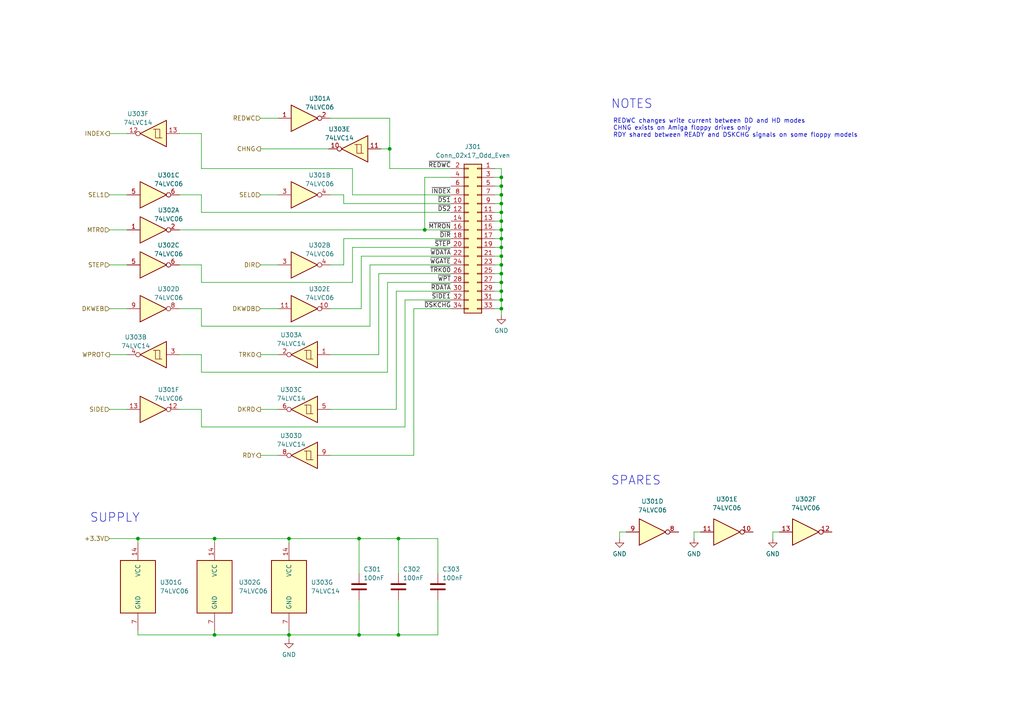
<source format=kicad_sch>
(kicad_sch (version 20211123) (generator eeschema)
  (paper "A4")
  (title_block (title "Floppy interface") (date "2022-03-30") (rev "1.0") (company "PiStorm"))
  (lib_symbols
    (symbol "74xx:74LS06" (pin_names (offset 1.016))
      (property "Reference" "U" (at 0 1.27 0))
      (property "Value" "74LS06" (at 0 -1.27 0))
      (symbol "74LS06_1_0"
        (polyline (pts (xy -3.81 3.81) (xy -3.81 -3.81) (xy 3.81 0) (xy -3.81 3.81)) (stroke (width 0.254)) (fill (type background)))
        (pin input line (at -7.62 0 0) (length 3.81) (name "~") (number "1"))
        (pin open_collector inverted (at 7.62 0 180) (length 3.81) (name "~") (number "2"))
      )
      (symbol "74LS06_2_0"
        (polyline (pts (xy -3.81 3.81) (xy -3.81 -3.81) (xy 3.81 0) (xy -3.81 3.81)) (stroke (width 0.254)) (fill (type background)))
        (pin input line (at -7.62 0 0) (length 3.81) (name "~") (number "3"))
        (pin open_collector inverted (at 7.62 0 180) (length 3.81) (name "~") (number "4"))
      )
      (symbol "74LS06_3_0"
        (polyline (pts (xy -3.81 3.81) (xy -3.81 -3.81) (xy 3.81 0) (xy -3.81 3.81)) (stroke (width 0.254)) (fill (type background)))
        (pin input line (at -7.62 0 0) (length 3.81) (name "~") (number "5"))
        (pin open_collector inverted (at 7.62 0 180) (length 3.81) (name "~") (number "6"))
      )
      (symbol "74LS06_4_0"
        (polyline (pts (xy -3.81 3.81) (xy -3.81 -3.81) (xy 3.81 0) (xy -3.81 3.81)) (stroke (width 0.254)) (fill (type background)))
        (pin open_collector inverted (at 7.62 0 180) (length 3.81) (name "~") (number "8"))
        (pin input line (at -7.62 0 0) (length 3.81) (name "~") (number "9"))
      )
      (symbol "74LS06_5_0"
        (polyline (pts (xy -3.81 3.81) (xy -3.81 -3.81) (xy 3.81 0) (xy -3.81 3.81)) (stroke (width 0.254)) (fill (type background)))
        (pin open_collector inverted (at 7.62 0 180) (length 3.81) (name "~") (number "10"))
        (pin input line (at -7.62 0 0) (length 3.81) (name "~") (number "11"))
      )
      (symbol "74LS06_6_0"
        (polyline (pts (xy -3.81 3.81) (xy -3.81 -3.81) (xy 3.81 0) (xy -3.81 3.81)) (stroke (width 0.254)) (fill (type background)))
        (pin open_collector inverted (at 7.62 0 180) (length 3.81) (name "~") (number "12"))
        (pin input line (at -7.62 0 0) (length 3.81) (name "~") (number "13"))
      )
      (symbol "74LS06_7_0"
        (pin power_in line (at 0 12.7 270) (length 5.08) (name "VCC") (number "14"))
        (pin power_in line (at 0 -12.7 90) (length 5.08) (name "GND") (number "7"))
      )
      (symbol "74LS06_7_1"
        (rectangle (start -5.08 7.62) (end 5.08 -7.62) (stroke (width 0.254)) (fill (type background)))
      )
    )
    (symbol "74xx:74LS14" (pin_names (offset 1.016))
      (property "Reference" "U" (at 0 1.27 0))
      (property "Value" "74LS14" (at 0 -1.27 0))
      (symbol "74LS14_1_0"
        (polyline (pts (xy -3.81 3.81) (xy -3.81 -3.81) (xy 3.81 0) (xy -3.81 3.81)) (stroke (width 0.254)) (fill (type background)))
        (pin input line (at -7.62 0 0) (length 3.81) (name "~") (number "1"))
        (pin output inverted (at 7.62 0 180) (length 3.81) (name "~") (number "2"))
      )
      (symbol "74LS14_1_1"
        (polyline (pts (xy -1.905 -1.27) (xy -1.905 1.27) (xy -0.635 1.27)))
        (polyline (pts (xy -2.54 -1.27) (xy -0.635 -1.27) (xy -0.635 1.27) (xy 0 1.27)))
      )
      (symbol "74LS14_2_0"
        (polyline (pts (xy -3.81 3.81) (xy -3.81 -3.81) (xy 3.81 0) (xy -3.81 3.81)) (stroke (width 0.254)) (fill (type background)))
        (pin input line (at -7.62 0 0) (length 3.81) (name "~") (number "3"))
        (pin output inverted (at 7.62 0 180) (length 3.81) (name "~") (number "4"))
      )
      (symbol "74LS14_2_1"
        (polyline (pts (xy -1.905 -1.27) (xy -1.905 1.27) (xy -0.635 1.27)))
        (polyline (pts (xy -2.54 -1.27) (xy -0.635 -1.27) (xy -0.635 1.27) (xy 0 1.27)))
      )
      (symbol "74LS14_3_0"
        (polyline (pts (xy -3.81 3.81) (xy -3.81 -3.81) (xy 3.81 0) (xy -3.81 3.81)) (stroke (width 0.254)) (fill (type background)))
        (pin input line (at -7.62 0 0) (length 3.81) (name "~") (number "5"))
        (pin output inverted (at 7.62 0 180) (length 3.81) (name "~") (number "6"))
      )
      (symbol "74LS14_3_1"
        (polyline (pts (xy -1.905 -1.27) (xy -1.905 1.27) (xy -0.635 1.27)))
        (polyline (pts (xy -2.54 -1.27) (xy -0.635 -1.27) (xy -0.635 1.27) (xy 0 1.27)))
      )
      (symbol "74LS14_4_0"
        (polyline (pts (xy -3.81 3.81) (xy -3.81 -3.81) (xy 3.81 0) (xy -3.81 3.81)) (stroke (width 0.254)) (fill (type background)))
        (pin output inverted (at 7.62 0 180) (length 3.81) (name "~") (number "8"))
        (pin input line (at -7.62 0 0) (length 3.81) (name "~") (number "9"))
      )
      (symbol "74LS14_4_1"
        (polyline (pts (xy -1.905 -1.27) (xy -1.905 1.27) (xy -0.635 1.27)))
        (polyline (pts (xy -2.54 -1.27) (xy -0.635 -1.27) (xy -0.635 1.27) (xy 0 1.27)))
      )
      (symbol "74LS14_5_0"
        (polyline (pts (xy -3.81 3.81) (xy -3.81 -3.81) (xy 3.81 0) (xy -3.81 3.81)) (stroke (width 0.254)) (fill (type background)))
        (pin output inverted (at 7.62 0 180) (length 3.81) (name "~") (number "10"))
        (pin input line (at -7.62 0 0) (length 3.81) (name "~") (number "11"))
      )
      (symbol "74LS14_5_1"
        (polyline (pts (xy -1.905 -1.27) (xy -1.905 1.27) (xy -0.635 1.27)))
        (polyline (pts (xy -2.54 -1.27) (xy -0.635 -1.27) (xy -0.635 1.27) (xy 0 1.27)))
      )
      (symbol "74LS14_6_0"
        (polyline (pts (xy -3.81 3.81) (xy -3.81 -3.81) (xy 3.81 0) (xy -3.81 3.81)) (stroke (width 0.254)) (fill (type background)))
        (pin output inverted (at 7.62 0 180) (length 3.81) (name "~") (number "12"))
        (pin input line (at -7.62 0 0) (length 3.81) (name "~") (number "13"))
      )
      (symbol "74LS14_6_1"
        (polyline (pts (xy -1.905 -1.27) (xy -1.905 1.27) (xy -0.635 1.27)))
        (polyline (pts (xy -2.54 -1.27) (xy -0.635 -1.27) (xy -0.635 1.27) (xy 0 1.27)))
      )
      (symbol "74LS14_7_0"
        (pin power_in line (at 0 12.7 270) (length 5.08) (name "VCC") (number "14"))
        (pin power_in line (at 0 -12.7 90) (length 5.08) (name "GND") (number "7"))
      )
      (symbol "74LS14_7_1"
        (rectangle (start -5.08 7.62) (end 5.08 -7.62) (stroke (width 0.254)) (fill (type background)))
      )
    )
    (symbol "Connector_Generic:Conn_02x17_Odd_Even" (pin_names (offset 1.016) hide)
      (property "Reference" "J" (at 1.27 22.86 0))
      (property "Value" "Conn_02x17_Odd_Even" (at 1.27 -22.86 0))
      (symbol "Conn_02x17_Odd_Even_1_1"
        (rectangle (start -1.27 -20.193) (end 0 -20.447) (stroke (width 0.1524)))
        (rectangle (start -1.27 -17.653) (end 0 -17.907) (stroke (width 0.1524)))
        (rectangle (start -1.27 -15.113) (end 0 -15.367) (stroke (width 0.1524)))
        (rectangle (start -1.27 -12.573) (end 0 -12.827) (stroke (width 0.1524)))
        (rectangle (start -1.27 -10.033) (end 0 -10.287) (stroke (width 0.1524)))
        (rectangle (start -1.27 -7.493) (end 0 -7.747) (stroke (width 0.1524)))
        (rectangle (start -1.27 -4.953) (end 0 -5.207) (stroke (width 0.1524)))
        (rectangle (start -1.27 -2.413) (end 0 -2.667) (stroke (width 0.1524)))
        (rectangle (start -1.27 0.127) (end 0 -0.127) (stroke (width 0.1524)))
        (rectangle (start -1.27 2.667) (end 0 2.413) (stroke (width 0.1524)))
        (rectangle (start -1.27 5.207) (end 0 4.953) (stroke (width 0.1524)))
        (rectangle (start -1.27 7.747) (end 0 7.493) (stroke (width 0.1524)))
        (rectangle (start -1.27 10.287) (end 0 10.033) (stroke (width 0.1524)))
        (rectangle (start -1.27 12.827) (end 0 12.573) (stroke (width 0.1524)))
        (rectangle (start -1.27 15.367) (end 0 15.113) (stroke (width 0.1524)))
        (rectangle (start -1.27 17.907) (end 0 17.653) (stroke (width 0.1524)))
        (rectangle (start -1.27 20.447) (end 0 20.193) (stroke (width 0.1524)))
        (rectangle (start -1.27 21.59) (end 3.81 -21.59) (stroke (width 0.254)) (fill (type background)))
        (rectangle (start 3.81 -20.193) (end 2.54 -20.447) (stroke (width 0.1524)))
        (rectangle (start 3.81 -17.653) (end 2.54 -17.907) (stroke (width 0.1524)))
        (rectangle (start 3.81 -15.113) (end 2.54 -15.367) (stroke (width 0.1524)))
        (rectangle (start 3.81 -12.573) (end 2.54 -12.827) (stroke (width 0.1524)))
        (rectangle (start 3.81 -10.033) (end 2.54 -10.287) (stroke (width 0.1524)))
        (rectangle (start 3.81 -7.493) (end 2.54 -7.747) (stroke (width 0.1524)))
        (rectangle (start 3.81 -4.953) (end 2.54 -5.207) (stroke (width 0.1524)))
        (rectangle (start 3.81 -2.413) (end 2.54 -2.667) (stroke (width 0.1524)))
        (rectangle (start 3.81 0.127) (end 2.54 -0.127) (stroke (width 0.1524)))
        (rectangle (start 3.81 2.667) (end 2.54 2.413) (stroke (width 0.1524)))
        (rectangle (start 3.81 5.207) (end 2.54 4.953) (stroke (width 0.1524)))
        (rectangle (start 3.81 7.747) (end 2.54 7.493) (stroke (width 0.1524)))
        (rectangle (start 3.81 10.287) (end 2.54 10.033) (stroke (width 0.1524)))
        (rectangle (start 3.81 12.827) (end 2.54 12.573) (stroke (width 0.1524)))
        (rectangle (start 3.81 15.367) (end 2.54 15.113) (stroke (width 0.1524)))
        (rectangle (start 3.81 17.907) (end 2.54 17.653) (stroke (width 0.1524)))
        (rectangle (start 3.81 20.447) (end 2.54 20.193) (stroke (width 0.1524)))
        (pin passive line (at -5.08 20.32 0) (length 3.81) (name "Pin_1") (number "1"))
        (pin passive line (at 7.62 10.16 180) (length 3.81) (name "Pin_10") (number "10"))
        (pin passive line (at -5.08 7.62 0) (length 3.81) (name "Pin_11") (number "11"))
        (pin passive line (at 7.62 7.62 180) (length 3.81) (name "Pin_12") (number "12"))
        (pin passive line (at -5.08 5.08 0) (length 3.81) (name "Pin_13") (number "13"))
        (pin passive line (at 7.62 5.08 180) (length 3.81) (name "Pin_14") (number "14"))
        (pin passive line (at -5.08 2.54 0) (length 3.81) (name "Pin_15") (number "15"))
        (pin passive line (at 7.62 2.54 180) (length 3.81) (name "Pin_16") (number "16"))
        (pin passive line (at -5.08 0 0) (length 3.81) (name "Pin_17") (number "17"))
        (pin passive line (at 7.62 0 180) (length 3.81) (name "Pin_18") (number "18"))
        (pin passive line (at -5.08 -2.54 0) (length 3.81) (name "Pin_19") (number "19"))
        (pin passive line (at 7.62 20.32 180) (length 3.81) (name "Pin_2") (number "2"))
        (pin passive line (at 7.62 -2.54 180) (length 3.81) (name "Pin_20") (number "20"))
        (pin passive line (at -5.08 -5.08 0) (length 3.81) (name "Pin_21") (number "21"))
        (pin passive line (at 7.62 -5.08 180) (length 3.81) (name "Pin_22") (number "22"))
        (pin passive line (at -5.08 -7.62 0) (length 3.81) (name "Pin_23") (number "23"))
        (pin passive line (at 7.62 -7.62 180) (length 3.81) (name "Pin_24") (number "24"))
        (pin passive line (at -5.08 -10.16 0) (length 3.81) (name "Pin_25") (number "25"))
        (pin passive line (at 7.62 -10.16 180) (length 3.81) (name "Pin_26") (number "26"))
        (pin passive line (at -5.08 -12.7 0) (length 3.81) (name "Pin_27") (number "27"))
        (pin passive line (at 7.62 -12.7 180) (length 3.81) (name "Pin_28") (number "28"))
        (pin passive line (at -5.08 -15.24 0) (length 3.81) (name "Pin_29") (number "29"))
        (pin passive line (at -5.08 17.78 0) (length 3.81) (name "Pin_3") (number "3"))
        (pin passive line (at 7.62 -15.24 180) (length 3.81) (name "Pin_30") (number "30"))
        (pin passive line (at -5.08 -17.78 0) (length 3.81) (name "Pin_31") (number "31"))
        (pin passive line (at 7.62 -17.78 180) (length 3.81) (name "Pin_32") (number "32"))
        (pin passive line (at -5.08 -20.32 0) (length 3.81) (name "Pin_33") (number "33"))
        (pin passive line (at 7.62 -20.32 180) (length 3.81) (name "Pin_34") (number "34"))
        (pin passive line (at 7.62 17.78 180) (length 3.81) (name "Pin_4") (number "4"))
        (pin passive line (at -5.08 15.24 0) (length 3.81) (name "Pin_5") (number "5"))
        (pin passive line (at 7.62 15.24 180) (length 3.81) (name "Pin_6") (number "6"))
        (pin passive line (at -5.08 12.7 0) (length 3.81) (name "Pin_7") (number "7"))
        (pin passive line (at 7.62 12.7 180) (length 3.81) (name "Pin_8") (number "8"))
        (pin passive line (at -5.08 10.16 0) (length 3.81) (name "Pin_9") (number "9"))
      )
    )
    (symbol "Device:C" (pin_numbers hide) (pin_names (offset 0.254))
      (property "Reference" "C" (at 0.635 2.54 0))
      (property "Value" "C" (at 0.635 -2.54 0))
      (symbol "C_0_1"
        (polyline (pts (xy -2.032 -0.762) (xy 2.032 -0.762)) (stroke (width 0.508)))
        (polyline (pts (xy -2.032 0.762) (xy 2.032 0.762)) (stroke (width 0.508)))
      )
      (symbol "C_1_1"
        (pin passive line (at 0 3.81 270) (length 2.794) (name "~") (number "1"))
        (pin passive line (at 0 -3.81 90) (length 2.794) (name "~") (number "2"))
      )
    )
    (symbol "power:GND" (power) (pin_names (offset 0))
      (property "Value" "GND" (at 0 -3.81 0))
      (symbol "GND_0_1"
        (polyline (pts (xy 0 0) (xy 0 -1.27) (xy 1.27 -1.27) (xy 0 -2.54) (xy -1.27 -1.27) (xy 0 -1.27)))
      )
      (symbol "GND_1_1"
        (pin power_in line (at 0 0 270) (length 0) hide (name "GND") (number "1"))
      )
    )
  )
  (junction (at 62.23 184.15))
  (junction (at 123.19 66.675))
  (junction (at 145.415 66.675))
  (junction (at 83.82 156.21))
  (junction (at 145.415 61.595))
  (junction (at 40.005 156.21))
  (junction (at 145.415 53.975))
  (junction (at 145.415 89.535))
  (junction (at 145.415 76.835))
  (junction (at 145.415 79.375))
  (junction (at 104.14 184.15))
  (junction (at 145.415 59.055))
  (junction (at 83.82 184.15))
  (junction (at 145.415 69.215))
  (junction (at 145.415 81.915))
  (junction (at 145.415 56.515))
  (junction (at 62.23 156.21))
  (junction (at 113.03 43.18))
  (junction (at 145.415 64.135))
  (junction (at 145.415 71.755))
  (junction (at 145.415 86.995))
  (junction (at 104.14 156.21))
  (junction (at 115.57 156.21))
  (junction (at 145.415 51.435))
  (junction (at 145.415 84.455))
  (junction (at 145.415 74.295))
  (junction (at 115.57 184.15))
  (wire (pts (xy 104.775 74.295) (xy 130.81 74.295)))
  (wire (pts (xy 145.415 66.675) (xy 143.51 66.675)))
  (wire (pts (xy 75.565 118.745) (xy 80.645 118.745)))
  (wire (pts (xy 58.42 56.515) (xy 52.07 56.515)))
  (wire (pts (xy 52.07 89.535) (xy 58.42 89.535)))
  (wire (pts (xy 145.415 69.215) (xy 145.415 66.675)))
  (wire (pts (xy 145.415 81.915) (xy 143.51 81.915)))
  (wire (pts (xy 203.2 154.305) (xy 201.295 154.305)))
  (wire (pts (xy 104.775 89.535) (xy 104.775 74.295)))
  (wire (pts (xy 75.565 34.29) (xy 80.645 34.29)))
  (wire (pts (xy 130.81 69.215) (xy 99.695 69.215)))
  (wire (pts (xy 112.395 107.95) (xy 112.395 81.915)))
  (wire (pts (xy 104.14 173.99) (xy 104.14 184.15)))
  (wire (pts (xy 31.75 56.515) (xy 36.83 56.515)))
  (wire (pts (xy 75.565 76.835) (xy 80.645 76.835)))
  (wire (pts (xy 83.82 156.21) (xy 62.23 156.21)))
  (wire (pts (xy 83.82 185.42) (xy 83.82 184.15)))
  (wire (pts (xy 58.42 102.87) (xy 58.42 107.95)))
  (wire (pts (xy 145.415 84.455) (xy 145.415 81.915)))
  (wire (pts (xy 145.415 71.755) (xy 145.415 69.215)))
  (wire (pts (xy 145.415 51.435) (xy 145.415 48.895)))
  (wire (pts (xy 145.415 69.215) (xy 143.51 69.215)))
  (wire (pts (xy 115.57 156.21) (xy 104.14 156.21)))
  (wire (pts (xy 145.415 53.975) (xy 145.415 51.435)))
  (wire (pts (xy 120.015 89.535) (xy 130.81 89.535)))
  (wire (pts (xy 75.565 43.18) (xy 95.25 43.18)))
  (wire (pts (xy 62.23 156.21) (xy 40.005 156.21)))
  (wire (pts (xy 145.415 59.055) (xy 145.415 56.515)))
  (wire (pts (xy 145.415 53.975) (xy 143.51 53.975)))
  (wire (pts (xy 145.415 61.595) (xy 145.415 59.055)))
  (wire (pts (xy 145.415 51.435) (xy 143.51 51.435)))
  (wire (pts (xy 58.42 76.835) (xy 58.42 81.915)))
  (wire (pts (xy 145.415 79.375) (xy 145.415 76.835)))
  (wire (pts (xy 62.23 182.88) (xy 62.23 184.15)))
  (wire (pts (xy 145.415 76.835) (xy 143.51 76.835)))
  (wire (pts (xy 104.14 184.15) (xy 83.82 184.15)))
  (wire (pts (xy 58.42 56.515) (xy 58.42 61.595)))
  (wire (pts (xy 114.935 84.455) (xy 130.81 84.455)))
  (wire (pts (xy 130.81 48.895) (xy 113.03 48.895)))
  (wire (pts (xy 58.42 89.535) (xy 58.42 94.615)))
  (wire (pts (xy 115.57 166.37) (xy 115.57 156.21)))
  (wire (pts (xy 107.315 76.835) (xy 130.81 76.835)))
  (wire (pts (xy 40.005 156.21) (xy 40.005 157.48)))
  (wire (pts (xy 145.415 48.895) (xy 143.51 48.895)))
  (wire (pts (xy 95.885 56.515) (xy 99.695 56.515)))
  (wire (pts (xy 114.935 118.745) (xy 114.935 84.455)))
  (wire (pts (xy 109.855 79.375) (xy 130.81 79.375)))
  (wire (pts (xy 52.07 102.87) (xy 58.42 102.87)))
  (wire (pts (xy 62.23 156.21) (xy 62.23 157.48)))
  (wire (pts (xy 58.42 118.745) (xy 58.42 123.825)))
  (wire (pts (xy 145.415 59.055) (xy 143.51 59.055)))
  (wire (pts (xy 130.81 51.435) (xy 123.19 51.435)))
  (wire (pts (xy 58.42 123.825) (xy 117.475 123.825)))
  (wire (pts (xy 40.005 184.15) (xy 40.005 182.88)))
  (wire (pts (xy 115.57 184.15) (xy 104.14 184.15)))
  (wire (pts (xy 226.06 154.305) (xy 224.155 154.305)))
  (wire (pts (xy 113.03 34.29) (xy 113.03 43.18)))
  (wire (pts (xy 145.415 71.755) (xy 143.51 71.755)))
  (wire (pts (xy 117.475 86.995) (xy 130.81 86.995)))
  (wire (pts (xy 75.565 102.87) (xy 80.645 102.87)))
  (wire (pts (xy 83.82 182.88) (xy 83.82 184.15)))
  (wire (pts (xy 75.565 56.515) (xy 80.645 56.515)))
  (wire (pts (xy 52.07 76.835) (xy 58.42 76.835)))
  (wire (pts (xy 58.42 107.95) (xy 112.395 107.95)))
  (wire (pts (xy 62.23 184.15) (xy 40.005 184.15)))
  (wire (pts (xy 102.235 71.755) (xy 130.81 71.755)))
  (wire (pts (xy 99.695 56.515) (xy 99.695 59.055)))
  (wire (pts (xy 95.885 89.535) (xy 104.775 89.535)))
  (wire (pts (xy 99.695 59.055) (xy 130.81 59.055)))
  (wire (pts (xy 102.235 56.515) (xy 130.81 56.515)))
  (wire (pts (xy 107.315 94.615) (xy 107.315 76.835)))
  (wire (pts (xy 179.705 154.305) (xy 179.705 156.21)))
  (wire (pts (xy 145.415 86.995) (xy 143.51 86.995)))
  (wire (pts (xy 109.855 102.87) (xy 109.855 79.375)))
  (wire (pts (xy 127 184.15) (xy 115.57 184.15)))
  (wire (pts (xy 224.155 154.305) (xy 224.155 156.21)))
  (wire (pts (xy 127 156.21) (xy 115.57 156.21)))
  (wire (pts (xy 145.415 64.135) (xy 145.415 61.595)))
  (wire (pts (xy 58.42 48.895) (xy 102.235 48.895)))
  (wire (pts (xy 127 173.99) (xy 127 184.15)))
  (wire (pts (xy 83.82 156.21) (xy 83.82 157.48)))
  (wire (pts (xy 31.75 38.735) (xy 36.83 38.735)))
  (wire (pts (xy 99.695 76.835) (xy 95.885 76.835)))
  (wire (pts (xy 75.565 132.08) (xy 80.645 132.08)))
  (wire (pts (xy 145.415 74.295) (xy 143.51 74.295)))
  (wire (pts (xy 58.42 38.735) (xy 58.42 48.895)))
  (wire (pts (xy 110.49 43.18) (xy 113.03 43.18)))
  (wire (pts (xy 115.57 173.99) (xy 115.57 184.15)))
  (wire (pts (xy 145.415 74.295) (xy 145.415 71.755)))
  (wire (pts (xy 130.81 66.675) (xy 123.19 66.675)))
  (wire (pts (xy 145.415 86.995) (xy 145.415 84.455)))
  (wire (pts (xy 99.695 69.215) (xy 99.695 76.835)))
  (wire (pts (xy 83.82 184.15) (xy 62.23 184.15)))
  (wire (pts (xy 95.885 118.745) (xy 114.935 118.745)))
  (wire (pts (xy 145.415 79.375) (xy 143.51 79.375)))
  (wire (pts (xy 127 166.37) (xy 127 156.21)))
  (wire (pts (xy 145.415 61.595) (xy 143.51 61.595)))
  (wire (pts (xy 58.42 38.735) (xy 52.07 38.735)))
  (wire (pts (xy 31.75 102.87) (xy 36.83 102.87)))
  (wire (pts (xy 58.42 81.915) (xy 102.235 81.915)))
  (wire (pts (xy 145.415 64.135) (xy 143.51 64.135)))
  (wire (pts (xy 145.415 81.915) (xy 145.415 79.375)))
  (wire (pts (xy 113.03 43.18) (xy 113.03 48.895)))
  (wire (pts (xy 201.295 154.305) (xy 201.295 156.21)))
  (wire (pts (xy 181.61 154.305) (xy 179.705 154.305)))
  (wire (pts (xy 117.475 123.825) (xy 117.475 86.995)))
  (wire (pts (xy 145.415 89.535) (xy 145.415 86.995)))
  (wire (pts (xy 102.235 81.915) (xy 102.235 71.755)))
  (wire (pts (xy 52.07 118.745) (xy 58.42 118.745)))
  (wire (pts (xy 95.885 102.87) (xy 109.855 102.87)))
  (wire (pts (xy 145.415 89.535) (xy 143.51 89.535)))
  (wire (pts (xy 104.14 156.21) (xy 83.82 156.21)))
  (wire (pts (xy 145.415 91.44) (xy 145.415 89.535)))
  (wire (pts (xy 95.885 132.08) (xy 120.015 132.08)))
  (wire (pts (xy 31.75 118.745) (xy 36.83 118.745)))
  (wire (pts (xy 145.415 56.515) (xy 145.415 53.975)))
  (wire (pts (xy 145.415 56.515) (xy 143.51 56.515)))
  (wire (pts (xy 145.415 76.835) (xy 145.415 74.295)))
  (wire (pts (xy 102.235 48.895) (xy 102.235 56.515)))
  (wire (pts (xy 123.19 51.435) (xy 123.19 66.675)))
  (wire (pts (xy 120.015 132.08) (xy 120.015 89.535)))
  (wire (pts (xy 113.03 34.29) (xy 95.885 34.29)))
  (wire (pts (xy 145.415 66.675) (xy 145.415 64.135)))
  (wire (pts (xy 145.415 84.455) (xy 143.51 84.455)))
  (wire (pts (xy 52.07 66.675) (xy 123.19 66.675)))
  (wire (pts (xy 112.395 81.915) (xy 130.81 81.915)))
  (wire (pts (xy 31.75 89.535) (xy 36.83 89.535)))
  (wire (pts (xy 58.42 94.615) (xy 107.315 94.615)))
  (wire (pts (xy 31.75 76.835) (xy 36.83 76.835)))
  (wire (pts (xy 130.81 61.595) (xy 58.42 61.595)))
  (wire (pts (xy 75.565 89.535) (xy 80.645 89.535)))
  (wire (pts (xy 104.14 166.37) (xy 104.14 156.21)))
  (wire (pts (xy 31.75 66.675) (xy 36.83 66.675)))
  (wire (pts (xy 31.75 156.21) (xy 40.005 156.21)))
  (text "REDWC changes write current between DD and HD modes\nCHNG exists on Amiga floppy drives only\nRDY shared between READY and DSKCHG signals on some floppy models" (at 177.8 40.005 0) (effects (font (size 1.27 1.27)) (justify left bottom)))
  (text "SUPPLY" (at 26.035 151.765 0) (effects (font (size 2.54 2.54)) (justify left bottom)))
  (text "SPARES" (at 177.165 140.97 0) (effects (font (size 2.54 2.54)) (justify left bottom)))
  (text "NOTES" (at 177.165 31.75 0) (effects (font (size 2.54 2.54)) (justify left bottom)))
  (label "~{DS1}" (at 130.81 59.055 180))
  (label "~{STEP}" (at 130.81 71.755 180))
  (label "~{MTRON}" (at 130.81 66.675 180))
  (label "~{INDEX}" (at 130.81 56.515 180))
  (label "~{RDATA}" (at 130.81 84.455 180))
  (label "~{DSKCHG}" (at 130.81 89.535 180))
  (label "~{TRK00}" (at 130.81 79.375 180))
  (label "~{DS2}" (at 130.81 61.595 180))
  (label "~{SIDE1}" (at 130.81 86.995 180))
  (label "~{REDWC}" (at 130.81 48.895 180))
  (label "~{WPT}" (at 130.81 81.915 180))
  (label "~{DIR}" (at 130.81 69.215 180))
  (label "~{WDATA}" (at 130.81 74.295 180))
  (label "~{WGATE}" (at 130.81 76.835 180))
  (hierarchical_label "SEL1" (shape input) (at 31.75 56.515 180))
  (hierarchical_label "DIR" (shape input) (at 75.565 76.835 180))
  (hierarchical_label "CHNG" (shape output) (at 75.565 43.18 180))
  (hierarchical_label "DKRD" (shape output) (at 75.565 118.745 180))
  (hierarchical_label "MTR0" (shape input) (at 31.75 66.675 180))
  (hierarchical_label "SIDE" (shape input) (at 31.75 118.745 180))
  (hierarchical_label "+3.3V" (shape input) (at 31.75 156.21 180))
  (hierarchical_label "INDEX" (shape output) (at 31.75 38.735 180))
  (hierarchical_label "STEP" (shape input) (at 31.75 76.835 180))
  (hierarchical_label "WPROT" (shape output) (at 31.75 102.87 180))
  (hierarchical_label "TRK0" (shape output) (at 75.565 102.87 180))
  (hierarchical_label "DKWEB" (shape input) (at 31.75 89.535 180))
  (hierarchical_label "RDY" (shape output) (at 75.565 132.08 180))
  (hierarchical_label "DKWDB" (shape input) (at 75.565 89.535 180))
  (hierarchical_label "SEL0" (shape input) (at 75.565 56.515 180))
  (hierarchical_label "REDWC" (shape input) (at 75.565 34.29 180))
  (symbol (lib_id "74xx:74LS06") (at 40.005 170.18 0) (unit 7)
    (property "Reference" "U301" (at 46.355 168.9099 0) (effects (justify left)))
    (property "Value" "74LVC06" (at 46.355 171.4499 0) (effects (justify left)))
    (property "Footprint" "Package_SO:SO-14_3.9x8.65mm_P1.27mm" (effects hide))
    (property "Datasheet" "http://www.ti.com/lit/gpn/sn74LS06" (effects hide))
  )
  (symbol (lib_id "power:GND") (at 179.705 156.21 0) (unit 1)
    (property "Reference" "#PWR0103" (effects hide))
    (property "Value" "GND" (at 179.705 160.655 0))
  )
  (symbol (lib_id "74xx:74LS14") (at 102.87 43.18 0) (mirror y) (unit 5)
    (property "Reference" "U303" (at 98.425 37.465 0))
    (property "Value" "74LVC14" (at 98.425 40.005 0))
    (property "Footprint" "Package_SO:SO-14_3.9x8.65mm_P1.27mm" (effects hide))
    (property "Datasheet" "http://www.ti.com/lit/gpn/sn74LS14" (effects hide))
  )
  (symbol (lib_id "power:GND") (at 145.415 91.44 0) (mirror y) (unit 1)
    (property "Reference" "#PWR0301" (effects hide))
    (property "Value" "GND" (at 145.415 95.885 0))
  )
  (symbol (lib_id "74xx:74LS06") (at 88.265 76.835 0) (mirror x) (unit 2)
    (property "Reference" "U302" (at 92.71 71.12 0))
    (property "Value" "74LVC06" (at 92.71 73.66 0))
    (property "Footprint" "Package_SO:SO-14_3.9x8.65mm_P1.27mm" (effects hide))
    (property "Datasheet" "http://www.ti.com/lit/gpn/sn74LS06" (effects hide))
  )
  (symbol (lib_id "74xx:74LS06") (at 233.68 154.305 0) (mirror x) (unit 6)
    (property "Reference" "U302" (at 233.68 144.78 0))
    (property "Value" "74LVC06" (at 233.68 147.32 0))
    (property "Footprint" "Package_SO:SO-14_3.9x8.65mm_P1.27mm" (effects hide))
    (property "Datasheet" "http://www.ti.com/lit/gpn/sn74LS06" (effects hide))
  )
  (symbol (lib_id "74xx:74LS06") (at 44.45 118.745 0) (mirror x) (unit 6)
    (property "Reference" "U301" (at 48.895 113.03 0))
    (property "Value" "74LVC06" (at 48.895 115.57 0))
    (property "Footprint" "Package_SO:SO-14_3.9x8.65mm_P1.27mm" (effects hide))
    (property "Datasheet" "http://www.ti.com/lit/gpn/sn74LS06" (effects hide))
  )
  (symbol (lib_id "Device:C") (at 127 170.18 0) (unit 1)
    (property "Reference" "C303" (at 128.27 165.1 0) (effects (justify left)))
    (property "Value" "100nF" (at 128.27 167.64 0) (effects (justify left)))
    (property "Footprint" "Capacitor_SMD:C_0603_1608Metric" (effects hide))
  )
  (symbol (lib_id "Device:C") (at 104.14 170.18 0) (unit 1)
    (property "Reference" "C301" (at 105.41 165.1 0) (effects (justify left)))
    (property "Value" "100nF" (at 105.41 167.64 0) (effects (justify left)))
    (property "Footprint" "Capacitor_SMD:C_0603_1608Metric" (effects hide))
  )
  (symbol (lib_id "74xx:74LS14") (at 83.82 170.18 0) (unit 7)
    (property "Reference" "U303" (at 90.17 168.9099 0) (effects (justify left)))
    (property "Value" "74LVC14" (at 90.17 171.4499 0) (effects (justify left)))
    (property "Footprint" "Package_SO:SO-14_3.9x8.65mm_P1.27mm" (effects hide))
    (property "Datasheet" "http://www.ti.com/lit/gpn/sn74LS14" (effects hide))
  )
  (symbol (lib_id "power:GND") (at 201.295 156.21 0) (unit 1)
    (property "Reference" "#PWR0109" (effects hide))
    (property "Value" "GND" (at 201.295 160.655 0))
  )
  (symbol (lib_id "Connector_Generic:Conn_02x17_Odd_Even") (at 138.43 69.215 0) (mirror y) (unit 1)
    (property "Reference" "J301" (at 137.16 42.545 0))
    (property "Value" "Conn_02x17_Odd_Even" (at 137.16 45.085 0))
    (property "Footprint" "Connector_IDC:IDC-Header_2x17_P2.54mm_Vertical" (effects hide))
  )
  (symbol (lib_id "power:GND") (at 224.155 156.21 0) (unit 1)
    (property "Reference" "#PWR0110" (effects hide))
    (property "Value" "GND" (at 224.155 160.655 0))
  )
  (symbol (lib_id "74xx:74LS06") (at 88.265 89.535 0) (mirror x) (unit 5)
    (property "Reference" "U302" (at 92.71 83.82 0))
    (property "Value" "74LVC06" (at 92.71 86.36 0))
    (property "Footprint" "Package_SO:SO-14_3.9x8.65mm_P1.27mm" (effects hide))
    (property "Datasheet" "http://www.ti.com/lit/gpn/sn74LS06" (effects hide))
  )
  (symbol (lib_id "74xx:74LS14") (at 88.265 118.745 0) (mirror y) (unit 3)
    (property "Reference" "U303" (at 84.455 113.03 0))
    (property "Value" "74LVC14" (at 84.455 115.57 0))
    (property "Footprint" "Package_SO:SO-14_3.9x8.65mm_P1.27mm" (effects hide))
    (property "Datasheet" "http://www.ti.com/lit/gpn/sn74LS14" (effects hide))
  )
  (symbol (lib_id "74xx:74LS06") (at 189.23 154.305 0) (mirror x) (unit 4)
    (property "Reference" "U301" (at 189.23 145.415 0))
    (property "Value" "74LVC06" (at 189.23 147.955 0))
    (property "Footprint" "Package_SO:SO-14_3.9x8.65mm_P1.27mm" (effects hide))
    (property "Datasheet" "http://www.ti.com/lit/gpn/sn74LS06" (effects hide))
  )
  (symbol (lib_id "74xx:74LS06") (at 88.265 56.515 0) (mirror x) (unit 2)
    (property "Reference" "U301" (at 92.71 50.8 0))
    (property "Value" "74LVC06" (at 92.71 53.34 0))
    (property "Footprint" "Package_SO:SO-14_3.9x8.65mm_P1.27mm" (effects hide))
    (property "Datasheet" "http://www.ti.com/lit/gpn/sn74LS06" (effects hide))
  )
  (symbol (lib_id "74xx:74LS14") (at 88.265 132.08 0) (mirror y) (unit 4)
    (property "Reference" "U303" (at 84.455 126.365 0))
    (property "Value" "74LVC14" (at 84.455 128.905 0))
    (property "Footprint" "Package_SO:SO-14_3.9x8.65mm_P1.27mm" (effects hide))
    (property "Datasheet" "http://www.ti.com/lit/gpn/sn74LS14" (effects hide))
  )
  (symbol (lib_id "74xx:74LS06") (at 210.82 154.305 0) (mirror x) (unit 5)
    (property "Reference" "U301" (at 210.82 144.78 0))
    (property "Value" "74LVC06" (at 210.82 147.32 0))
    (property "Footprint" "Package_SO:SO-14_3.9x8.65mm_P1.27mm" (effects hide))
    (property "Datasheet" "http://www.ti.com/lit/gpn/sn74LS06" (effects hide))
  )
  (symbol (lib_id "74xx:74LS06") (at 88.265 34.29 0) (mirror x) (unit 1)
    (property "Reference" "U301" (at 92.71 28.575 0))
    (property "Value" "74LVC06" (at 92.71 31.115 0))
    (property "Footprint" "Package_SO:SO-14_3.9x8.65mm_P1.27mm" (effects hide))
    (property "Datasheet" "http://www.ti.com/lit/gpn/sn74LS06" (effects hide))
  )
  (symbol (lib_id "power:GND") (at 83.82 185.42 0) (unit 1)
    (property "Reference" "#PWR0303" (effects hide))
    (property "Value" "GND" (at 83.82 189.865 0))
  )
  (symbol (lib_id "74xx:74LS06") (at 44.45 76.835 0) (mirror x) (unit 3)
    (property "Reference" "U302" (at 48.895 71.12 0))
    (property "Value" "74LVC06" (at 48.895 73.66 0))
    (property "Footprint" "Package_SO:SO-14_3.9x8.65mm_P1.27mm" (effects hide))
    (property "Datasheet" "http://www.ti.com/lit/gpn/sn74LS06" (effects hide))
  )
  (symbol (lib_id "Device:C") (at 115.57 170.18 0) (unit 1)
    (property "Reference" "C302" (at 116.84 165.1 0) (effects (justify left)))
    (property "Value" "100nF" (at 116.84 167.64 0) (effects (justify left)))
    (property "Footprint" "Capacitor_SMD:C_0603_1608Metric" (effects hide))
  )
  (symbol (lib_id "74xx:74LS14") (at 44.45 102.87 0) (mirror y) (unit 2)
    (property "Reference" "U303" (at 39.37 97.79 0))
    (property "Value" "74LVC14" (at 39.37 100.33 0))
    (property "Footprint" "Package_SO:SO-14_3.9x8.65mm_P1.27mm" (effects hide))
    (property "Datasheet" "http://www.ti.com/lit/gpn/sn74LS14" (effects hide))
  )
  (symbol (lib_id "74xx:74LS06") (at 44.45 66.675 0) (mirror x) (unit 1)
    (property "Reference" "U302" (at 48.895 60.96 0))
    (property "Value" "74LVC06" (at 48.895 63.5 0))
    (property "Footprint" "Package_SO:SO-14_3.9x8.65mm_P1.27mm" (effects hide))
    (property "Datasheet" "http://www.ti.com/lit/gpn/sn74LS06" (effects hide))
  )
  (symbol (lib_id "74xx:74LS06") (at 44.45 89.535 0) (mirror x) (unit 4)
    (property "Reference" "U302" (at 48.895 83.82 0))
    (property "Value" "74LVC06" (at 48.895 86.36 0))
    (property "Footprint" "Package_SO:SO-14_3.9x8.65mm_P1.27mm" (effects hide))
    (property "Datasheet" "http://www.ti.com/lit/gpn/sn74LS06" (effects hide))
  )
  (symbol (lib_id "74xx:74LS14") (at 88.265 102.87 0) (mirror y) (unit 1)
    (property "Reference" "U303" (at 84.455 97.155 0))
    (property "Value" "74LVC14" (at 84.455 99.695 0))
    (property "Footprint" "Package_SO:SO-14_3.9x8.65mm_P1.27mm" (effects hide))
    (property "Datasheet" "http://www.ti.com/lit/gpn/sn74LS14" (effects hide))
  )
  (symbol (lib_id "74xx:74LS06") (at 62.23 170.18 0) (unit 7)
    (property "Reference" "U302" (at 69.215 168.9099 0) (effects (justify left)))
    (property "Value" "74LVC06" (at 69.215 171.4499 0) (effects (justify left)))
    (property "Footprint" "Package_SO:SO-14_3.9x8.65mm_P1.27mm" (effects hide))
    (property "Datasheet" "http://www.ti.com/lit/gpn/sn74LS06" (effects hide))
  )
  (symbol (lib_id "74xx:74LS14") (at 44.45 38.735 0) (mirror y) (unit 6)
    (property "Reference" "U303" (at 40.005 33.02 0))
    (property "Value" "74LVC14" (at 40.005 35.56 0))
    (property "Footprint" "Package_SO:SO-14_3.9x8.65mm_P1.27mm" (effects hide))
    (property "Datasheet" "http://www.ti.com/lit/gpn/sn74LS14" (effects hide))
  )
  (symbol (lib_id "74xx:74LS06") (at 44.45 56.515 0) (mirror x) (unit 3)
    (property "Reference" "U301" (at 48.895 50.8 0))
    (property "Value" "74LVC06" (at 48.895 53.34 0))
    (property "Footprint" "Package_SO:SO-14_3.9x8.65mm_P1.27mm" (effects hide))
    (property "Datasheet" "http://www.ti.com/lit/gpn/sn74LS06" (effects hide))
  )
)
</source>
